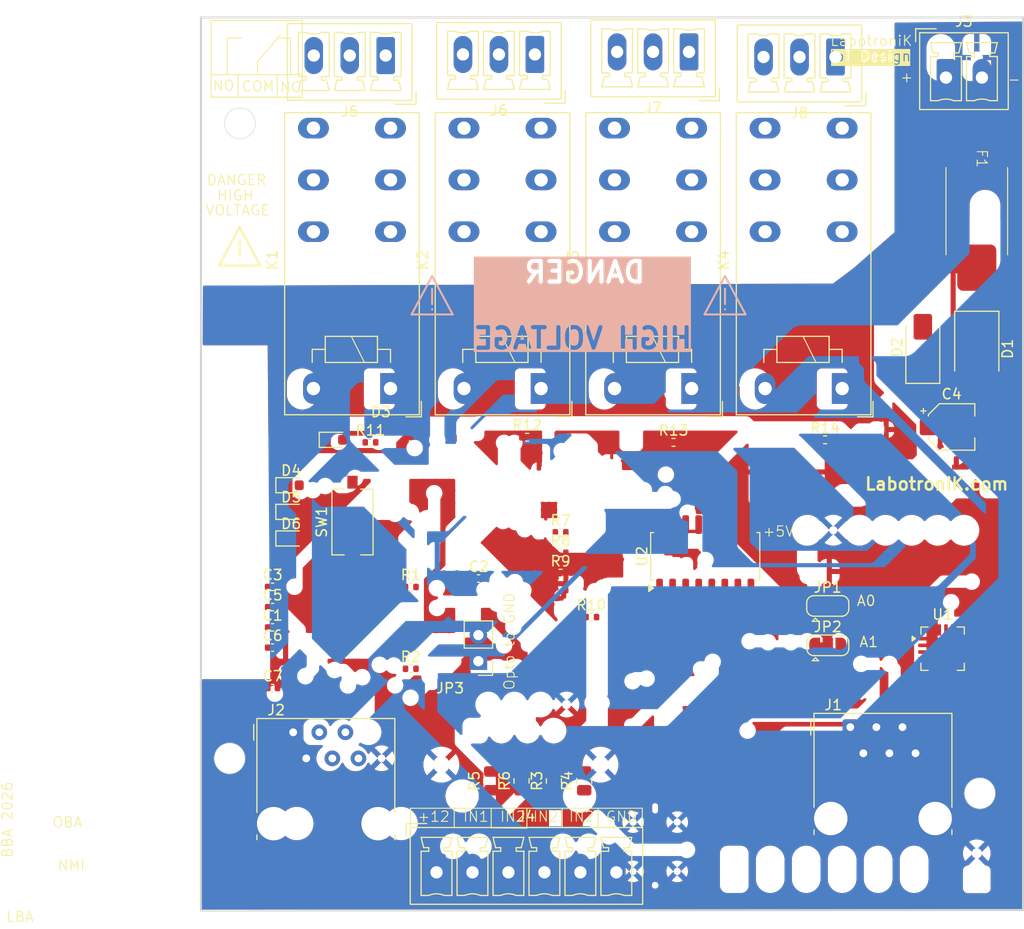
<source format=kicad_pcb>
(kicad_pcb (version 20241229) (generator "pcbnew") (generator_version "9.0")
  (layers (0 "F.Cu" signal) (2 "B.Cu" signal) (13 "F.Paste" user) (15 "B.Paste" user) (5 "F.SilkS" user "F.Silkscreen") (7 "B.SilkS" user "B.Silkscreen") (1 "F.Mask" user) (3 "B.Mask" user) (25 "Edge.Cuts" user))
  (net 0 "")
  (net 1 "GND")
  (net 2 "Net-(D1-A2)")
  (net 3 "+3.3V")
  (net 4 "/input/IN1")
  (net 5 "/SCL")
  (net 6 "/SDA")
  (net 7 "/input/IN3")
  (net 8 "/input/IN2")
  (net 9 "/input/IN4")
  (net 10 "Net-(Q1-I7)")
  (net 11 "+12V")
  (net 12 "Net-(D1-A1)")
  (net 13 "Net-(Q1-I5)")
  (net 14 "Net-(Q1-I6)")
  (net 15 "Net-(Q1-I8)")
  (net 16 "Net-(D5-A)")
  (net 17 "/IO2")
  (net 18 "/IO1")
  (net 19 "Net-(C3-Pad1)")
  (net 20 "Net-(JP2-C)")
  (net 21 "Net-(D3-A)")
  (net 22 "Net-(D4-A)")
  (net 23 "Net-(D6-A)")
  (net 24 "Net-(J6-Pin_2)")
  (net 25 "Net-(J6-Pin_1)")
  (net 26 "Net-(J6-Pin_3)")
  (net 27 "Net-(J7-Pin_3)")
  (net 28 "Net-(J7-Pin_1)")
  (net 29 "Net-(J7-Pin_2)")
  (net 30 "Net-(J8-Pin_2)")
  (net 31 "Net-(J8-Pin_3)")
  (net 32 "Net-(J8-Pin_1)")
  (net 33 "/relais/PWR_KM1")
  (net 34 "/relais/PWR_KM2")
  (net 35 "/relais/PWR_KM3")
  (net 36 "/relais/PWR_KM4")
  (net 37 "/input/OPTO_GND")
  (net 38 "Net-(J3-Pin_2)")
  (net 39 "Net-(J5-Pin_3)")
  (net 40 "Net-(J5-Pin_1)")
  (net 41 "Net-(J5-Pin_2)")
  (net 42 "/input/input3")
  (net 43 "/input/input1")
  (net 44 "/input/input2")
  (net 45 "/input/input4")
  (net 46 "Net-(JP1-C)")
  (net 47 "Net-(U1-~{RESET})")
  (net 48 "Net-(R3-Pad2)")
  (net 49 "Net-(R4-Pad2)")
  (net 50 "Net-(R5-Pad2)")
  (net 51 "Net-(R6-Pad2)")
  (footprint "Capacitor_SMD:C_0402_1005Metric" (layer "F.Cu") (at 99.48 106.25)
    (property "Reference" "C1" (at 0 -1.16 0) (layer "F.SilkS"))
    (property "Value" "100nF")
    (pad "1" smd roundrect (at -0.48 0) (size 0.56 0.62) (layers "F.Cu" "F.Mask" "F.Paste") (net 3 "+3.3V"))
    (pad "2" smd roundrect (at 0.48 0) (size 0.56 0.62) (layers "F.Cu" "F.Mask" "F.Paste") (net 1 "GND"))
  )
  (footprint "Connector_RJ:RJ12_Amphenol_54601-x06_Horizontal" (layer "F.Cu") (at 155.69 115.96)
    (property "Reference" "J1" (at -1.66 -2.16 0) (layer "F.SilkS"))
    (property "Value" "RJ12")
    (pad "" np_thru_hole circle (at -1.9 8.89) (size 3.25 3.25) (drill 3.25) (layers "*.Cu" "*.Mask"))
    (pad "" np_thru_hole circle (at 8.26 8.89) (size 3.25 3.25) (drill 3.25) (layers "*.Cu" "*.Mask"))
    (pad "1" thru_hole roundrect (at 0 0) (size 1.52 1.52) (drill 0.76) (layers "*.Cu" "*.Mask") (roundrect_rratio 0.1644736842) (net 3 "+3.3V"))
    (pad "2" thru_hole circle (at 1.27 2.54) (size 1.52 1.52) (drill 0.76) (layers "*.Cu" "*.Mask") (net 6 "/SDA"))
    (pad "3" thru_hole circle (at 2.54 0) (size 1.52 1.52) (drill 0.76) (layers "*.Cu" "*.Mask") (net 5 "/SCL"))
    (pad "4" thru_hole circle (at 3.81 2.54) (size 1.52 1.52) (drill 0.76) (layers "*.Cu" "*.Mask") (net 18 "/IO1"))
    (pad "5" thru_hole circle (at 5.08 0) (size 1.52 1.52) (drill 0.76) (layers "*.Cu" "*.Mask") (net 17 "/IO2"))
    (pad "6" thru_hole circle (at 6.35 2.54) (size 1.52 1.52) (drill 0.76) (layers "*.Cu" "*.Mask") (net 1 "GND"))
  )
  (footprint "Resistor_SMD:R_0402_1005Metric" (layer "F.Cu") (at 109 88.25)
    (property "Reference" "R11" (at 0 -1.17 0) (layer "F.SilkS"))
    (property "Value" "680")
    (pad "1" smd roundrect (at -0.51 0) (size 0.54 0.64) (layers "F.Cu" "F.Mask" "F.Paste") (net 33 "/relais/PWR_KM1"))
    (pad "2" smd roundrect (at 0.51 0) (size 0.54 0.64) (layers "F.Cu" "F.Mask" "F.Paste") (net 21 "Net-(D3-A)"))
  )
  (footprint "Jumper:SolderJumper-3_P1.3mm_Bridged12_RoundedPad1.0x1.5mm" (layer "F.Cu") (at 153.5 104.165)
    (property "Reference" "JP1" (at 0 -1.8 0) (layer "F.SilkS"))
    (property "Value" "SolderJumper_3_Bridged12")
    (fp_poly (pts (xy -0.9 -0.3) (xy -0.4 -0.3) (xy -0.4 0.3) (xy -0.9 0.3)) (fill yes) (layer "F.Cu"))
    (pad "1" smd custom (at -1.3 0) (size 1 0.5) (layers "F.Cu" "F.Mask") (net 1 "GND") (options (clearance outline) (anchor rect)) (primitives (gr_circle (center 0 0.25) (end 0.5 0.25) (width 0) (fill yes)) (gr_circle (center 0 -0.25) (end 0.5 -0.25) (width 0) (fill yes)) (gr_poly (pts (xy 0.55 0.75) (xy 0 0.75) (xy 0 -0.75) (xy 0.55 -0.75)) (width 0) (fill yes))))
    (pad "2" smd rect (at 0 0) (size 1 1.5) (layers "F.Cu" "F.Mask") (net 46 "Net-(JP1-C)"))
    (pad "3" smd custom (at 1.3 0) (size 1 0.5) (layers "F.Cu" "F.Mask") (net 3 "+3.3V") (options (clearance outline) (anchor rect)) (primitives (gr_circle (center 0 0.25) (end 0.5 0.25) (width 0) (fill yes)) (gr_circle (center 0 -0.25) (end 0.5 -0.25) (width 0) (fill yes)) (gr_poly (pts (xy 0 0.75) (xy -0.55 0.75) (xy -0.55 -0.75) (xy 0 -0.75)) (width 0) (fill yes))))
  )
  (footprint "Relay_THT:Relay_SPDT_Schrack-RT1-16A-FormC_RM5mm" (layer "F.Cu") (at 140.25 83.01 90)
    (property "Reference" "K3" (at 12.5 -11.5 90) (layer "F.SilkS"))
    (property "Value" "RZ03-1C4-D012")
    (pad "11" thru_hole oval (at 20.3 -7.5 270) (size 2 3) (drill 1.3) (layers "*.Cu" "*.Mask") (net 29 "Net-(J7-Pin_2)"))
    (pad "11" thru_hole oval (at 20.3 0 270) (size 2 3) (drill 1.3) (layers "*.Cu" "*.Mask") (net 29 "Net-(J7-Pin_2)"))
    (pad "12" thru_hole oval (at 15.26 -7.5 270) (size 2 3) (drill 1.3) (layers "*.Cu" "*.Mask") (net 28 "Net-(J7-Pin_1)"))
    (pad "12" thru_hole oval (at 15.26 0 270) (size 2 3) (drill 1.3) (layers "*.Cu" "*.Mask") (net 28 "Net-(J7-Pin_1)"))
    (pad "14" thru_hole oval (at 25.34 -7.5 270) (size 2 3) (drill 1.3) (layers "*.Cu" "*.Mask") (net 27 "Net-(J7-Pin_3)"))
    (pad "14" thru_hole oval (at 25.34 0 270) (size 2 3) (drill 1.3) (layers "*.Cu" "*.Mask") (net 27 "Net-(J7-Pin_3)"))
    (pad "A1" thru_hole rect (at 0 0 270) (size 3 2) (drill 1.3) (layers "*.Cu" "*.Mask") (net 35 "/relais/PWR_KM3"))
    (pad "A2" thru_hole oval (at 0 -7.5 270) (size 3 2) (drill 1.3) (layers "*.Cu" "*.Mask") (net 1 "GND"))
  )
  (footprint "LED_SMD:LED_0603_1608Metric" (layer "F.Cu") (at 101.28 97.6)
    (property "Reference" "D6" (at 0 -1.43 0) (layer "F.SilkS"))
    (property "Value" "LED LTST-C193TGKT-5A")
    (pad "1" smd roundrect (at -0.7875 0) (size 0.875 0.95) (layers "F.Cu" "F.Mask" "F.Paste") (net 1 "GND"))
    (pad "2" smd roundrect (at 0.7875 0) (size 0.875 0.95) (layers "F.Cu" "F.Mask" "F.Paste") (net 23 "Net-(D6-A)"))
  )
  (footprint "Resistor_SMD:R_0402_1005Metric" (layer "F.Cu") (at 138.49 88.25)
    (property "Reference" "R13" (at 0 -1.17 0) (layer "F.SilkS"))
    (property "Value" "680")
    (pad "1" smd roundrect (at -0.51 0) (size 0.54 0.64) (layers "F.Cu" "F.Mask" "F.Paste") (net 35 "/relais/PWR_KM3"))
    (pad "2" smd roundrect (at 0.51 0) (size 0.54 0.64) (layers "F.Cu" "F.Mask" "F.Paste") (net 16 "Net-(D5-A)"))
  )
  (footprint "Resistor_SMD:R_0402_1005Metric" (layer "F.Cu") (at 112.92 110.28)
    (property "Reference" "R2" (at 0 -1.17 0) (layer "F.SilkS"))
    (property "Value" "10k")
    (pad "1" smd roundrect (at -0.51 0) (size 0.54 0.64) (layers "F.Cu" "F.Mask" "F.Paste") (net 47 "Net-(U1-~{RESET})"))
    (pad "2" smd roundrect (at 0.51 0) (size 0.54 0.64) (layers "F.Cu" "F.Mask" "F.Paste") (net 3 "+3.3V"))
  )
  (footprint "Capacitor_SMD:C_0402_1005Metric" (layer "F.Cu") (at 99.48 102.31)
    (property "Reference" "C3" (at 0 -1.16 0) (layer "F.SilkS"))
    (property "Value" "100nF")
    (pad "1" smd roundrect (at -0.48 0) (size 0.56 0.62) (layers "F.Cu" "F.Mask" "F.Paste") (net 19 "Net-(C3-Pad1)"))
    (pad "2" smd roundrect (at 0.48 0) (size 0.56 0.62) (layers "F.Cu" "F.Mask" "F.Paste") (net 1 "GND"))
  )
  (footprint "Connector_Phoenix_MC:PhoenixContact_MCV_1,5_3-G-3.5_1x03_P3.50mm_Vertical" (layer "F.Cu") (at 154.25 50.75 180)
    (property "Reference" "J8" (at 3.5 -5.45 0) (layer "F.SilkS"))
    (property "Value" "Screw_Terminal_01x03")
    (pad "1" thru_hole roundrect (at 0 0 180) (size 1.8 3.6) (drill 1.2) (layers "*.Cu" "*.Mask") (roundrect_rratio 0.138889) (net 32 "Net-(J8-Pin_1)"))
    (pad "2" thru_hole oval (at 3.5 0 180) (size 1.8 3.6) (drill 1.2) (layers "*.Cu" "*.Mask") (net 30 "Net-(J8-Pin_2)"))
    (pad "3" thru_hole oval (at 7 0 180) (size 1.8 3.6) (drill 1.2) (layers "*.Cu" "*.Mask") (net 31 "Net-(J8-Pin_3)"))
  )
  (footprint "Connector_PinHeader_2.54mm:PinHeader_1x02_P2.54mm_Vertical" (layer "F.Cu") (at 119.5 109.54 180)
    (property "Reference" "JP3" (at 2.75 -2.63 0) (layer "F.SilkS"))
    (property "Value" "Jumper_2_Bridged")
    (pad "1" thru_hole rect (at 0 0 180) (size 1.7 1.7) (drill 1) (layers "*.Cu" "*.Mask") (net 37 "/input/OPTO_GND"))
    (pad "2" thru_hole circle (at 0 2.54 180) (size 1.7 1.7) (drill 1) (layers "*.Cu" "*.Mask") (net 1 "GND"))
  )
  (footprint "Resistor_SMD:R_0805_2012Metric" (layer "F.Cu") (at 123.7 121.1875 90)
    (property "Reference" "R6" (at 0 -1.65 90) (layer "F.SilkS"))
    (property "Value" "2.2k")
    (pad "1" smd roundrect (at -0.9125 0 90) (size 1.025 1.4) (layers "F.Cu" "F.Mask" "F.Paste") (roundrect_rratio 0.243902) (net 8 "/input/IN2"))
    (pad "2" smd roundrect (at 0.9125 0 90) (size 1.025 1.4) (layers "F.Cu" "F.Mask" "F.Paste") (roundrect_rratio 0.243902) (net 51 "Net-(R6-Pad2)"))
  )
  (footprint "LED_SMD:LED_0603_1608Metric" (layer "F.Cu") (at 101.28 92.42)
    (property "Reference" "D4" (at 0 -1.43 0) (layer "F.SilkS"))
    (property "Value" "LED LTST-C193TGKT-5A")
    (pad "1" smd roundrect (at -0.7875 0) (size 0.875 0.95) (layers "F.Cu" "F.Mask" "F.Paste") (net 1 "GND"))
    (pad "2" smd roundrect (at 0.7875 0) (size 0.875 0.95) (layers "F.Cu" "F.Mask" "F.Paste") (net 22 "Net-(D4-A)"))
  )
  (footprint "Capacitor_SMD:CP_Elec_4x5.4" (layer "F.Cu") (at 165.55 86.75)
    (property "Reference" "C4" (at 0 -3.2 0) (layer "F.SilkS"))
    (property "Value" "10µF")
    (pad "1" smd roundrect (at -1.8 0) (size 2.6 1.6) (layers "F.Cu" "F.Mask" "F.Paste") (roundrect_rratio 0.15625) (net 11 "+12V"))
    (pad "2" smd roundrect (at 1.8 0) (size 2.6 1.6) (layers "F.Cu" "F.Mask" "F.Paste") (roundrect_rratio 0.15625) (net 2 "Net-(D1-A2)"))
  )
  (footprint "Capacitor_SMD:C_0402_1005Metric" (layer "F.Cu") (at 119.52 101.5)
    (property "Reference" "C2" (at 0 -1.16 0) (layer "F.SilkS"))
    (property "Value" "100nF")
    (pad "1" smd roundrect (at -0.48 0) (size 0.56 0.62) (layers "F.Cu" "F.Mask" "F.Paste") (net 3 "+3.3V"))
    (pad "2" smd roundrect (at 0.48 0) (size 0.56 0.62) (layers "F.Cu" "F.Mask" "F.Paste") (net 1 "GND"))
  )
  (footprint "Resistor_SMD:R_0402_1005Metric" (layer "F.Cu") (at 130.49 105.25)
    (property "Reference" "R10" (at 0 -1.17 0) (layer "F.SilkS"))
    (property "Value" "4k7")
    (pad "1" smd roundrect (at -0.51 0) (size 0.54 0.64) (layers "F.Cu" "F.Mask" "F.Paste") (net 3 "+3.3V"))
    (pad "2" smd roundrect (at 0.51 0) (size 0.54 0.64) (layers "F.Cu" "F.Mask" "F.Paste") (net 45 "/input/input4"))
  )
  (footprint "Resistor_SMD:R_0805_2012Metric" (layer "F.Cu") (at 129.8 121.1875 90)
    (property "Reference" "R4" (at 0 -1.65 90) (layer "F.SilkS"))
    (property "Value" "2.2k")
    (pad "1" smd roundrect (at -0.9125 0 90) (size 1.025 1.4) (layers "F.Cu" "F.Mask" "F.Paste") (roundrect_rratio 0.243902) (net 9 "/input/IN4"))
    (pad "2" smd roundrect (at 0.9125 0 90) (size 1.025 1.4) (layers "F.Cu" "F.Mask" "F.Paste") (roundrect_rratio 0.243902) (net 49 "Net-(R4-Pad2)"))
  )
  (footprint "Resistor_SMD:R_0402_1005Metric" (layer "F.Cu") (at 127.5 97)
    (property "Reference" "R7" (at 0 -1.17 0) (layer "F.SilkS"))
    (property "Value" "4k7")
    (pad "1" smd roundrect (at -0.51 0) (size 0.54 0.64) (layers "F.Cu" "F.Mask" "F.Paste") (net 3 "+3.3V"))
    (pad "2" smd roundrect (at 0.51 0) (size 0.54 0.64) (layers "F.Cu" "F.Mask" "F.Paste") (net 42 "/input/input3"))
  )
  (footprint "Connector_Phoenix_MC:PhoenixContact_MCV_1,5_3-G-3.5_1x03_P3.50mm_Vertical" (layer "F.Cu") (at 140 50.25 180)
    (property "Reference" "J7" (at 3.5 -5.45 0) (layer "F.SilkS"))
    (property "Value" "Screw_Terminal_01x03")
    (pad "1" thru_hole roundrect (at 0 0 180) (size 1.8 3.6) (drill 1.2) (layers "*.Cu" "*.Mask") (roundrect_rratio 0.138889) (net 28 "Net-(J7-Pin_1)"))
    (pad "2" thru_hole oval (at 3.5 0 180) (size 1.8 3.6) (drill 1.2) (layers "*.Cu" "*.Mask") (net 29 "Net-(J7-Pin_2)"))
    (pad "3" thru_hole oval (at 7 0 180) (size 1.8 3.6) (drill 1.2) (layers "*.Cu" "*.Mask") (net 27 "Net-(J7-Pin_3)"))
  )
  (footprint "Connector_Phoenix_MC:PhoenixContact_MCV_1,5_2-G-3.5_1x02_P3.50mm_Vertical" (layer "F.Cu") (at 165 52.75)
    (property "Reference" "J3" (at 1.75 -5.45 0) (layer "F.SilkS"))
    (property "Value" "POWER_INPUT")
    (pad "1" thru_hole roundrect (at 0 0) (size 1.8 3.6) (drill 1.2) (layers "*.Cu" "*.Mask") (roundrect_rratio 0.138889) (net 2 "Net-(D1-A2)"))
    (pad "2" thru_hole oval (at 3.5 0) (size 1.8 3.6) (drill 1.2) (layers "*.Cu" "*.Mask") (net 38 "Net-(J3-Pin_2)"))
  )
  (footprint "Capacitor_SMD:C_0402_1005Metric" (layer "F.Cu") (at 99.48 108.22)
    (property "Reference" "C6" (at 0 -1.16 0) (layer "F.SilkS"))
    (property "Value" "100nF")
    (pad "1" smd roundrect (at -0.48 0) (size 0.56 0.62) (layers "F.Cu" "F.Mask" "F.Paste") (net 3 "+3.3V"))
    (pad "2" smd roundrect (at 0.48 0) (size 0.56 0.62) (layers "F.Cu" "F.Mask" "F.Paste") (net 1 "GND"))
  )
  (footprint "Jumper:SolderJumper-3_P1.3mm_Bridged12_RoundedPad1.0x1.5mm" (layer "F.Cu") (at 153.5 108)
    (property "Reference" "JP2" (at 0 -1.8 0) (layer "F.SilkS"))
    (property "Value" "SolderJumper_3_Bridged12")
    (fp_poly (pts (xy -0.9 -0.3) (xy -0.4 -0.3) (xy -0.4 0.3) (xy -0.9 0.3)) (fill yes) (layer "F.Cu"))
    (pad "1" smd custom (at -1.3 0) (size 1 0.5) (layers "F.Cu" "F.Mask") (net 1 "GND") (options (clearance outline) (anchor rect)) (primitives (gr_circle (center 0 0.25) (end 0.5 0.25) (width 0) (fill yes)) (gr_circle (center 0 -0.25) (end 0.5 -0.25) (width 0) (fill yes)) (gr_poly (pts (xy 0.55 0.75) (xy 0 0.75) (xy 0 -0.75) (xy 0.55 -0.75)) (width 0) (fill yes))))
    (pad "2" smd rect (at 0 0) (size 1 1.5) (layers "F.Cu" "F.Mask") (net 20 "Net-(JP2-C)"))
    (pad "3" smd custom (at 1.3 0) (size 1 0.5) (layers "F.Cu" "F.Mask") (net 3 "+3.3V") (options (clearance outline) (anchor rect)) (primitives (gr_circle (center 0 0.25) (end 0.5 0.25) (width 0) (fill yes)) (gr_circle (center 0 -0.25) (end 0.5 -0.25) (width 0) (fill yes)) (gr_poly (pts (xy 0 0.75) (xy -0.55 0.75) (xy -0.55 -0.75) (xy 0 -0.75)) (width 0) (fill yes))))
  )
  (footprint "Package_DFN_QFN:NXP_VQFN-16-1EP_4x4mm_P0.65mm_EP2.1x2.1mm" (layer "F.Cu") (at 164.675 108.325)
    (property "Reference" "U1" (at 0 -3.33 0) (layer "F.SilkS"))
    (property "Value" "PCA9538BS")
    (pad "1" smd roundrect (at -1.825 -0.975) (size 1.1 0.35) (layers "F.Cu" "F.Mask" "F.Paste") (net 47 "Net-(U1-~{RESET})"))
    (pad "2" smd roundrect (at -1.825 -0.325) (size 1.1 0.35) (layers "F.Cu" "F.Mask" "F.Paste") (net 15 "Net-(Q1-I8)"))
    (pad "3" smd roundrect (at -1.825 0.325) (size 1.1 0.35) (layers "F.Cu" "F.Mask" "F.Paste") (net 10 "Net-(Q1-I7)"))
    (pad "4" smd roundrect (at -1.825 0.975) (size 1.1 0.35) (layers "F.Cu" "F.Mask" "F.Paste") (net 14 "Net-(Q1-I6)"))
    (pad "5" smd roundrect (at -0.975 1.825) (size 0.35 1.1) (layers "F.Cu" "F.Mask" "F.Paste") (net 13 "Net-(Q1-I5)"))
    (pad "6" smd roundrect (at -0.325 1.825) (size 0.35 1.1) (layers "F.Cu" "F.Mask" "F.Paste") (net 1 "GND"))
    (pad "7" smd roundrect (at 0.325 1.825) (size 0.35 1.1) (layers "F.Cu" "F.Mask" "F.Paste") (net 43 "/input/input1"))
    (pad "8" smd roundrect (at 0.975 1.825) (size 0.35 1.1) (layers "F.Cu" "F.Mask" "F.Paste") (net 44 "/input/input2"))
    (pad "9" smd roundrect (at 1.825 0.975) (size 1.1 0.35) (layers "F.Cu" "F.Mask" "F.Paste") (net 42 "/input/input3"))
    (pad "10" smd roundrect (at 1.825 0.325) (size 1.1 0.35) (layers "F.Cu" "F.Mask" "F.Paste") (net 45 "/input/input4"))
    (pad "11" smd roundrect (at 1.825 -0.325) (size 1.1 0.35) (layers "F.Cu" "F.Mask" "F.Paste"))
    (pad "12" smd roundrect (at 1.825 -0.975) (size 1.1 0.35) (layers "F.Cu" "F.Mask" "F.Paste") (net 5 "/SCL"))
    (pad "13" smd roundrect (at 0.975 -1.825) (size 0.35 1.1) (layers "F.Cu" "F.Mask" "F.Paste") (net 6 "/SDA"))
    (pad "14" smd roundrect (at 0.325 -1.825) (size 0.35 1.1) (layers "F.Cu" "F.Mask" "F.Paste") (net 3 "+3.3V"))
    (pad "15" smd roundrect (at -0.325 -1.825) (size 0.35 1.1) (layers "F.Cu" "F.Mask" "F.Paste") (net 46 "Net-(JP1-C)"))
    (pad "16" smd roundrect (at -0.975 -1.825) (size 0.35 1.1) (layers "F.Cu" "F.Mask" "F.Paste") (net 20 "Net-(JP2-C)"))
    (pad "17" smd rect (at 0 0) (size 2.1 2.1) (property pad_prop_heatsink) (layers "F.Cu" "F.Mask") (net 1 "GND"))
  )
  (footprint "Connector_Phoenix_MC:PhoenixContact_MCV_1,5_3-G-3.5_1x03_P3.50mm_Vertical" (layer "F.Cu") (at 110.4825 50.6075 180)
    (property "Reference" "J5" (at 3.5 -5.45 0) (layer "F.SilkS"))
    (property "Value" "Screw_Terminal_01x03")
    (pad "1" thru_hole roundrect (at 0 0 180) (size 1.8 3.6) (drill 1.2) (layers "*.Cu" "*.Mask") (roundrect_rratio 0.138889) (net 40 "Net-(J5-Pin_1)"))
    (pad "2" thru_hole oval (at 3.5 0 180) (size 1.8 3.6) (drill 1.2) (layers "*.Cu" "*.Mask") (net 41 "Net-(J5-Pin_2)"))
    (pad "3" thru_hole oval (at 7 0 180) (size 1.8 3.6) (drill 1.2) (layers "*.Cu" "*.Mask") (net 39 "Net-(J5-Pin_3)"))
  )
  (footprint "Button_Switch_SMD:SW_Tactile_SPST_NO_Straight_CK_PTS636Sx25SMTRLFS" (layer "F.Cu") (at 107.25 96 90)
    (property "Reference" "SW1" (at 0 -3 90) (layer "F.SilkS"))
    (property "Value" "SW_Push")
    (pad "1" smd rect (at -3.875 0 90) (size 1.25 1) (layers "F.Cu" "F.Mask" "F.Paste") (net 1 "GND"))
    (pad "2" smd rect (at 3.875 0 90) (size 1.25 1) (layers "F.Cu" "F.Mask" "F.Paste") (net 19 "Net-(C3-Pad1)"))
  )
  (footprint "Resistor_SMD:R_0805_2012Metric" (layer "F.Cu") (at 120.75 121.1875 90)
    (property "Reference" "R5" (at 0 -1.65 90) (layer "F.SilkS"))
    (property "Value" "2.2k")
    (pad "1" smd roundrect (at -0.9125 0 90) (size 1.025 1.4) (layers "F.Cu" "F.Mask" "F.Paste") (roundrect_rratio 0.243902) (net 4 "/input/IN1"))
    (pad "2" smd roundrect (at 0.9125 0 90) (size 1.025 1.4) (layers "F.Cu" "F.Mask" "F.Paste") (roundrect_rratio 0.243902) (net 50 "Net-(R5-Pad2)"))
  )
  (footprint "Resistor_SMD:R_0402_1005Metric" (layer "F.Cu") (at 153.24 88)
    (property "Reference" "R14" (at 0 -1.17 0) (layer "F.SilkS"))
    (property "Value" "680")
    (pad "1" smd roundrect (at -0.51 0) (size 0.54 0.64) (layers "F.Cu" "F.Mask" "F.Paste") (net 36 "/relais/PWR_KM4"))
    (pad "2" smd roundrect (at 0.51 0) (size 0.54 0.64) (layers "F.Cu" "F.Mask" "F.Paste") (net 23 "Net-(D6-A)"))
  )
  (footprint "Resistor_SMD:R_0402_1005Metric" (layer "F.Cu") (at 127.5 100.98)
    (property "Reference" "R9" (at 0 -1.17 0) (layer "F.SilkS"))
    (property "Value" "4k7")
    (pad "1" smd roundrect (at -0.51 0) (size 0.54 0.64) (layers "F.Cu" "F.Mask" "F.Paste") (net 3 "+3.3V"))
    (pad "2" smd roundrect (at 0.51 0) (size 0.54 0.64) (layers "F.Cu" "F.Mask" "F.Paste") (net 44 "/input/input2"))
  )
  (footprint "labotronik:0154250DR littelfuse 10.62 3.81" (layer "F.Cu") (at 168 66.25 -90)
    (property "Reference" "F1" (at -5.62 -0.5 270) (layer "F.SilkS") (effects (font (thickness 0.1))))
    (property "Value" "Fuse 3A")
    (pad "1" smd roundrect (at -5.62 0 270) (size 4.5 3.81) (layers "F.Cu" "F.Mask" "F.Paste") (roundrect_rratio 0.15) (net 38 "Net-(J3-Pin_2)"))
    (pad "2" smd roundrect (at 5 0 270) (size 4.5 3.81) (layers "F.Cu" "F.Mask" "F.Paste") (roundrect_rratio 0.15) (net 12 "Net-(D1-A1)"))
  )
  (footprint "Relay_THT:Relay_SPDT_Schrack-RT1-16A-FormC_RM5mm" (layer "F.Cu") (at 110.95 83.01 90)
    (property "Reference" "K1" (at 12.5 -11.5 90) (layer "F.SilkS"))
    (property "Value" "RZ03-1C4-D012")
    (pad "11" thru_hole oval (at 20.3 -7.5 270) (size 2 3) (drill 1.3) (layers "*.Cu" "*.Mask") (net 41 "Net-(J5-Pin_2)"))
    (pad "11" thru_hole oval (at 20.3 0 270) (size 2 3) (drill 1.3) (layers "*.Cu" "*.Mask") (net 41 "Net-(J5-Pin_2)"))
    (pad "12" thru_hole oval (at 15.26 -7.5 270) (size 2 3) (drill 1.3) (layers "*.Cu" "*.Mask") (net 40 "Net-(J5-Pin_1)"))
    (pad "12" thru_hole oval (at 15.26 0 270) (size 2 3) (drill 1.3) (layers "*.Cu" "*.Mask") (net 40 "Net-(J5-Pin_1)"))
    (pad "14" thru_hole oval (at 25.34 -7.5 270) (size 2 3) (drill 1.3) (layers "*.Cu" "*.Mask") (net 39 "Net-(J5-Pin_3)"))
    (pad "14" thru_hole oval (at 25.34 0 270) (size 2 3) (drill 1.3) (layers "*.Cu" "*.Mask") (net 39 "Net-(J5-Pin_3)"))
    (pad "A1" thru_hole rect (at 0 0 270) (size 3 2) (drill 1.3) (layers "*.Cu" "*.Mask") (net 33 "/relais/PWR_KM1"))
    (pad "A2" thru_hole oval (at 0 -7.5 270) (size 3 2) (drill 1.3) (layers "*.Cu" "*.Mask") (net 1 "GND"))
  )
  (footprint "LED_SMD:LED_0603_1608Metric" (layer "F.Cu") (at 101.28 95.01)
    (property "Reference" "D5" (at 0 -1.43 0) (layer "F.SilkS"))
    (property "Value" "LED LTST-C193TGKT-5A")
    (pad "1" smd roundrect (at -0.7875 0) (size 0.875 0.95) (layers "F.Cu" "F.Mask" "F.Paste") (net 1 "GND"))
    (pad "2" smd roundrect (at 0.7875 0) (size 0.875 0.95) (layers "F.Cu" "F.Mask" "F.Paste") (net 16 "Net-(D5-A)"))
  )
  (footprint "LED_SMD:LED_0603_1608Metric" (layer "F.Cu") (at 105.5 88)
    (property "Reference" "D3" (at 4.51 -2.71 0) (layer "F.SilkS"))
    (property "Value" "LED LTST-C193TGKT-5A")
    (pad "1" smd roundrect (at -0.7875 0) (size 0.875 0.95) (layers "F.Cu" "F.Mask" "F.Paste") (net 1 "GND"))
    (pad "2" smd roundrect (at 0.7875 0) (size 0.875 0.95) (layers "F.Cu" "F.Mask" "F.Paste") (net 21 "Net-(D3-A)"))
  )
  (footprint "Connector_Phoenix_MC:PhoenixContact_MCV_1,5_6-G-3.5_1x06_P3.50mm_Vertical" (layer "F.Cu") (at 115.425875 130.086453)
    (property "Reference" "J4" (at 8.75 -5.45 0) (layer "F.SilkS"))
    (property "Value" "Screw_Terminal_01x06")
    (pad "1" thru_hole roundrect (at 0 0) (size 1.8 3.6) (drill 1.2) (layers "*.Cu" "*.Mask") (roundrect_rratio 0.138889) (net 11 "+12V"))
    (pad "2" thru_hole oval (at 3.5 0) (size 1.8 3.6) (drill 1.2) (layers "*.Cu" "*.Mask") (net 4 "/input/IN1"))
    (pad "3" thru_hole oval (at 7 0) (size 1.8 3.6) (drill 1.2) (layers "*.Cu" "*.Mask") (net 8 "/input/IN2"))
    (pad "4" thru_hole oval (at 10.5 0) (size 1.8 3.6) (drill 1.2) (layers "*.Cu" "*.Mask") (net 7 "/input/IN3"))
    (pad "5" thru_hole oval (at 14 0) (size 1.8 3.6) (drill 1.2) (layers "*.Cu" "*.Mask") (net 9 "/input/IN4"))
    (pad "6" thru_hole oval (at 17.5 0) (size 1.8 3.6) (drill 1.2) (layers "*.Cu" "*.Mask") (net 37 "/input/OPTO_GND"))
  )
  (footprint "Diode_SMD:D_SMA" (layer "F.Cu") (at 162.75 79 90)
    (property "Reference" "D2" (at 0 -2.5 90) (layer "F.SilkS"))
    (property "Value" "B230A-13-F")
    (pad "1" smd roundrect (at -2 0 90) (size 2.5 1.8) (layers "F.Cu" "F.Mask" "F.Paste") (roundrect_rratio 0.1388888889) (net 11 "+12V"))
    (pad "2" smd roundrect (at 2 0 90) (size 2.5 1.8) (layers "F.Cu" "F.Mask" "F.Paste") (roundrect_rratio 0.1388888889) (net 12 "Net-(D1-A1)"))
  )
  (footprint "Relay_THT:Relay_SPDT_Schrack-RT1-16A-FormC_RM5mm" (layer "F.Cu") (at 125.6 83.01 90)
    (property "Reference" "K2" (at 12.5 -11.5 90) (layer "F.SilkS"))
    (property "Value" "RZ03-1C4-D012")
    (pad "11" thru_hole oval (at 20.3 -7.5 270) (size 2 3) (drill 1.3) (layers "*.Cu" "*.Mask") (net 24 "Net-(J6-Pin_2)"))
    (pad "11" thru_hole oval (at 20.3 0 270) (size 2 3) (drill 1.3) (layers "*.Cu" "*.Mask") (net 24 "Net-(J6-Pin_2)"))
    (pad "12" thru_hole oval (at 15.26 -7.5 270) (size 2 3) (drill 1.3) (layers "*.Cu" "*.Mask") (net 25 "Net-(J6-Pin_1)"))
    (pad "12" thru_hole oval (at 15.26 0 270) (size 2 3) (drill 1.3) (layers "*.Cu" "*.Mask") (net 25 "Net-(J6-Pin_1)"))
    (pad "14" thru_hole oval (at 25.34 -7.5 270) (size 2 3) (drill 1.3) (layers "*.Cu" "*.Mask") (net 26 "Net-(J6-Pin_3)"))
    (pad "14" thru_hole oval (at 25.34 0 270) (size 2 3) (drill 1.3) (layers "*.Cu" "*.Mask") (net 26 "Net-(J6-Pin_3)"))
    (pad "A1" thru_hole rect (at 0 0 270) (size 3 2) (drill 1.3) (layers "*.Cu" "*.Mask") (net 34 "/relais/PWR_KM2"))
    (pad "A2" thru_hole oval (at 0 -7.5 270) (size 3 2) (drill 1.3) (layers "*.Cu" "*.Mask") (net 1 "GND"))
  )
  (footprint "Connector_RJ:RJ12_Amphenol_54601-x06_Horizontal" (layer "F.Cu") (at 101.48 116.46)
    (property "Reference" "J2" (at -1.66 -2.16 0) (layer "F.SilkS"))
    (property "Value" "RJ12")
    (pad "" np_thru_hole circle (at -1.9 8.89) (size 3.25 3.25) (drill 3.25) (layers "*.Cu" "*.Mask"))
    (pad "" np_thru_hole circle (at 8.26 8.89) (size 3.25 3.25) (drill 3.25) (layers "*.Cu" "*.Mask"))
    (pad "1" thru_hole roundrect (at 0 0) (size 1.52 1.52) (drill 0.76) (layers "*.Cu" "*.Mask") (roundrect_rratio 0.1644736842) (net 3 "+3.3V"))
    (pad "2" thru_hole circle (at 1.27 2.54) (size 1.52 1.52) (drill 0.76) (layers "*.Cu" "*.Mask") (net 6 "/SDA"))
    (pad "3" thru_hole circle (at 2.54 0) (size 1.52 1.52) (drill 0.76) (layers "*.Cu" "*.Mask") (net 5 "/SCL"))
    (pad "4" thru_hole circle (at 3.81 2.54) (size 1.52 1.52) (drill 0.76) (layers "*.Cu" "*.Mask") (net 18 "/IO1"))
    (pad "5" thru_hole circle (at 5.08 0) (size 1.52 1.52) (drill 0.76) (layers "*.Cu" "*.Mask") (net 17 "/IO2"))
    (pad "6" thru_hole circle (at 6.35 2.54) (size 1.52 1.52) (drill 0.76) (layers "*.Cu" "*.Mask") (net 1 "GND"))
  )
  (footprint "Connector_Phoenix_MC:PhoenixContact_MCV_1,5_3-G-3.5_1x03_P3.50mm_Vertical" (layer "F.Cu") (at 125 50.5 180)
    (property "Reference" "J6" (at 3.5 -5.45 0) (layer "F.SilkS"))
    (property "Value" "Screw_Terminal_01x03")
    (pad "1" thru_hole roundrect (at 0 0 180) (size 1.8 3.6) (drill 1.2) (layers "*.Cu" "*.Mask") (roundrect_rratio 0.138889) (net 25 "Net-(J6-Pin_1)"))
    (pad "2" thru_hole oval (at 3.5 0 180) (size 1.8 3.6) (drill 1.2) (layers "*.Cu" "*.Mask") (net 24 "Net-(J6-Pin_2)"))
    (pad "3" thru_hole oval (at 7 0 180) (size 1.8 3.6) (drill 1.2) (layers "*.Cu" "*.Mask") (net 26 "Net-(J6-Pin_3)"))
  )
  (footprint "Relay_THT:Relay_SPDT_Schrack-RT1-16A-FormC_RM5mm" (layer "F.Cu") (at 154.9 83.01 90)
    (property "Reference" "K4" (at 12.5 -11.5 90) (layer "F.SilkS"))
    (property "Value" "RZ03-1C4-D012")
    (pad "11" thru_hole oval (at 20.3 -7.5 270) (size 2 3) (drill 1.3) (layers "*.Cu" "*.Mask") (net 30 "Net-(J8-Pin_2)"))
    (pad "11" thru_hole oval (at 20.3 0 270) (size 2 3) (drill 1.3) (layers "*.Cu" "*.Mask") (net 30 "Net-(J8-Pin_2)"))
    (pad "12" thru_hole oval (at 15.26 -7.5 270) (size 2 3) (drill 1.3) (layers "*.Cu" "*.Mask") (net 32 "Net-(J8-Pin_1)"))
    (pad "12" thru_hole oval (at 15.26 0 270) (size 2 3) (drill 1.3) (layers "*.Cu" "*.Mask") (net 32 "Net-(J8-Pin_1)"))
    (pad "14" thru_hole oval (at 25.34 -7.5 270) (size 2 3) (drill 1.3) (layers "*.Cu" "*.Mask") (net 31 "Net-(J8-Pin_3)"))
    (pad "14" thru_hole oval (at 25.34 0 270) (size 2 3) (drill 1.3) (layers "*.Cu" "*.Mask") (net 31 "Net-(J8-Pin_3)"))
    (pad "A1" thru_hole rect (at 0 0 270) (size 3 2) (drill 1.3) (layers "*.Cu" "*.Mask") (net 36 "/relais/PWR_KM4"))
    (pad "A2" thru_hole oval (at 0 -7.5 270) (size 3 2) (drill 1.3) (layers "*.Cu" "*.Mask") (net 1 "GND"))
  )
  (footprint "Capacitor_SMD:C_0402_1005Metric" (layer "F.Cu") (at 99.48 104.28)
    (property "Reference" "C5" (at 0 -1.16 0) (layer "F.SilkS"))
    (property "Value" "100nF")
    (pad "1" smd roundrect (at -0.48 0) (size 0.56 0.62) (layers "F.Cu" "F.Mask" "F.Paste") (net 11 "+12V"))
    (pad "2" smd roundrect (at 0.48 0) (size 0.56 0.62) (layers "F.Cu" "F.Mask" "F.Paste") (net 2 "Net-(D1-A2)"))
  )
  (footprint "Diode_SMD:D_SMB" (layer "F.Cu") (at 168 79.15 -90)
    (property "Reference" "D1" (at 0 -3 90) (layer "F.SilkS"))
    (property "Value" "SMBJ12A")
    (pad "1" smd roundrect (at -2.15 0 270) (size 2.5 2.3) (layers "F.Cu" "F.Mask" "F.Paste") (roundrect_rratio 0.1086956522) (net 12 "Net-(D1-A1)"))
    (pad "2" smd roundrect (at 2.15 0 270) (size 2.5 2.3) (layers "F.Cu" "F.Mask" "F.Paste") (roundrect_rratio 0.1086956522) (net 2 "Net-(D1-A2)"))
  )
  (footprint "Package_SO:SOP-16_4.4x10.4mm_P1.27mm" (layer "F.Cu") (at 141.575 99.3375 90)
    (property "Reference" "U2" (at 0 -6.15 90) (layer "F.SilkS"))
    (property "Value" "TCMT4100")
    (pad "1" smd roundrect (at -3.0875 -4.445 90) (size 1.825 0.65) (layers "F.Cu" "F.Mask" "F.Paste") (net 50 "Net-(R5-Pad2)"))
    (pad "2" smd roundrect (at -3.0875 -3.175 90) (size 1.825 0.65) (layers "F.Cu" "F.Mask" "F.Paste") (net 37 "/input/OPTO_GND"))
    (pad "3" smd roundrect (at -3.0875 -1.905 90) (size 1.825 0.65) (layers "F.Cu" "F.Mask" "F.Paste") (net 51 "Net-(R6-Pad2)"))
    (pad "4" smd roundrect (at -3.0875 -0.635 90) (size 1.825 0.65) (layers "F.Cu" "F.Mask" "F.Paste") (net 37 "/input/OPTO_GND"))
    (pad "5" smd roundrect (at -3.0875 0.635 90) (size 1.825 0.65) (layers "F.Cu" "F.Mask" "F.Paste") (net 48 "Net-(R3-Pad2)"))
    (pad "6" smd roundrect (at -3.0875 1.905 90) (size 1.825 0.65) (layers "F.Cu" "F.Mask" "F.Paste") (net 37 "/input/OPTO_GND"))
    (pad "7" smd roundrect (at -3.0875 3.175 90) (size 1.825 0.65) (layers "F.Cu" "F.Mask" "F.Paste") (net 49 "Net-(R4-Pad2)"))
    (pad "8" smd roundrect (at -3.0875 4.445 90) (size 1.825 0.65) (layers "F.Cu" "F.Mask" "F.Paste") (net 37 "/input/OPTO_GND"))
    (pad "9" smd roundrect (at 3.0875 4.445 90) (size 1.825 0.65) (layers "F.Cu" "F.Mask" "F.Paste") (net 1 "GND"))
    (pad "10" smd roundrect (at 3.0875 3.175 90) (size 1.825 0.65) (layers "F.Cu" "F.Mask" "F.Paste") (net 45 "/input/input4"))
    (pad "11" smd roundrect (at 3.0875 1.905 90) (size 1.825 0.65) (layers "F.Cu" "F.Mask" "F.Paste") (net 1 "GND"))
    (pad "12" smd roundrect (at 3.0875 0.635 90) (size 1.825 0.65) (layers "F.Cu" "F.Mask" "F.Paste") (net 42 "/input/input3"))
    (pad "13" smd roundrect (at 3.0875 -0.635 90) (size 1.825 0.65) (layers "F.Cu" "F.Mask" "F.Paste") (net 1 "GND"))
    (pad "14" smd roundrect (at 3.0875 -1.905 90) (size 1.825 0.65) (layers "F.Cu" "F.Mask" "F.Paste") (net 44 "/input/input2"))
    (pad "15" smd roundrect (at 3.0875 -3.175 90) (size 1.825 0.65) (layers "F.Cu" "F.Mask" "F.Paste") (net 1 "GND"))
    (pad "16" smd roundrect (at 3.0875 -4.445 90) (size 1.825 0.65) (layers "F.Cu" "F.Mask" "F.Paste") (net 43 "/input/input1"))
  )
  (footprint "Capacitor_SMD:C_0402_1005Metric" (layer "F.Cu") (at 99.48 112.16)
    (property "Reference" "C7" (at 0 -1.16 0) (layer "F.SilkS"))
    (property "Value" "100nF")
    (pad "1" smd roundrect (at -0.48 0) (size 0.56 0.62) (layers "F.Cu" "F.Mask" "F.Paste") (net 11 "+12V"))
    (pad "2" smd roundrect (at 0.48 0) (size 0.56 0.62) (layers "F.Cu" "F.Mask" "F.Paste") (net 1 "GND"))
  )
  (footprint "Resistor_SMD:R_0402_1005Metric" (layer "F.Cu") (at 124.24 87.75)
    (property "Reference" "R12" (at 0 -1.17 0) (layer "F.SilkS"))
    (property "Value" "680")
    (pad "1" smd roundrect (at -0.51 0) (size 0.54 0.64) (layers "F.Cu" "F.Mask" "F.Paste") (net 34 "/relais/PWR_KM2"))
    (pad "2" smd roundrect (at 0.51 0) (size 0.54 0.64) (layers "F.Cu" "F.Mask" "F.Paste") (net 22 "Net-(D4-A)"))
  )
  (footprint "Resistor_SMD:R_0805_2012Metric" (layer "F.Cu") (at 126.85 121.1875 90)
    (property "Reference" "R3" (at 0 -1.65 90) (layer "F.SilkS"))
    (property "Value" "2.2k")
    (pad "1" smd roundrect (at -0.9125 0 90) (size 1.025 1.4) (layers "F.Cu" "F.Mask" "F.Paste") (roundrect_rratio 0.243902) (net 7 "/input/IN3"))
    (pad "2" smd roundrect (at 0.9125 0 90) (size 1.025 1.4) (layers "F.Cu" "F.Mask" "F.Paste") (roundrect_rratio 0.243902) (net 48 "Net-(R3-Pad2)"))
  )
  (footprint "Resistor_SMD:R_0402_1005Metric" (layer "F.Cu") (at 127.5 98.99)
    (property "Reference" "R8" (at 0 -1.17 0) (layer "F.SilkS"))
    (property "Value" "4k7")
    (pad "1" smd roundrect (at -0.51 0) (size 0.54 0.64) (layers "F.Cu" "F.Mask" "F.Paste") (net 3 "+3.3V"))
    (pad "2" smd roundrect (at 0.51 0) (size 0.54 0.64) (layers "F.Cu" "F.Mask" "F.Paste") (net 43 "/input/input1"))
  )
  (footprint "Resistor_SMD:R_0402_1005Metric" (layer "F.Cu") (at 112.92 102.32)
    (property "Reference" "R1" (at 0 -1.17 0) (layer "F.SilkS"))
    (property "Value" "10k")
    (pad "1" smd roundrect (at -0.51 0) (size 0.54 0.64) (layers "F.Cu" "F.Mask" "F.Paste") (net 3 "+3.3V"))
    (pad "2" smd roundrect (at 0.51 0) (size 0.54 0.64) (layers "F.Cu" "F.Mask" "F.Paste") (net 19 "Net-(C3-Pad1)"))
  )
  (gr_line (start 99.81 48.9) (end 101.22 48.9) (stroke (width 0.1)) (layer "F.SilkS"))
  (gr_line (start 99.92985 52.46) (end 99.92985 54.66) (stroke (width 0.1)) (layer "F.SilkS"))
  (gr_line (start 112.89 125.79) (end 112.89 123.85) (stroke (width 0.1)) (layer "F.SilkS"))
  (gr_line (start 94.261622 71.04) (end 98.261622 71.04) (stroke (width 0.2)) (layer "F.SilkS"))
  (gr_line (start 127.65 125.75) (end 127.65 123.85) (stroke (width 0.1)) (layer "F.SilkS"))
  (gr_line (start 124.22 123.85) (end 124.22 125.79) (stroke (width 0.1)) (layer "F.SilkS"))
  (gr_line (start 93.56 52.46) (end 102.4 52.46) (stroke (width 0.1)) (layer "F.SilkS"))
  (gr_line (start 95.06 52.43) (end 95.06 48.9) (stroke (width 0.1)) (layer "F.SilkS"))
  (gr_line (start 96.12985 54.66) (end 96.12985 52.46) (stroke (width 0.1)) (layer "F.SilkS"))
  (gr_line (start 96.261622 67.3) (end 94.261622 71.04) (stroke (width 0.2)) (layer "F.SilkS"))
  (gr_line (start 135.45 123.85) (end 135.45 125.8) (stroke (width 0.1)) (layer "F.SilkS"))
  (gr_line (start 98.00985 52.45) (end 98.00985 51.19) (stroke (width 0.1)) (layer "F.SilkS"))
  (gr_line (start 131.15 123.85) (end 131.15 125.75) (stroke (width 0.1)) (layer "F.SilkS"))
  (gr_line (start 120.75 125.75) (end 124.2 125.79) (stroke (width 0.1)) (layer "F.SilkS"))
  (gr_line (start 120.75 123.85) (end 120.75 125.75) (stroke (width 0.1)) (layer "F.SilkS"))
  (gr_line (start 95.06 48.9) (end 96.5 48.9) (stroke (width 0.1)) (layer "F.SilkS"))
  (gr_line (start 98.024925 51.19) (end 100.235075 48.61) (stroke (width 0.1)) (layer "F.SilkS"))
  (gr_line (start 96.261622 70.54) (end 96.261622 70.54) (stroke (width 0.2)) (layer "F.SilkS"))
  (gr_line (start 98.261622 71.04) (end 96.261622 67.3) (stroke (width 0.2)) (layer "F.SilkS"))
  (gr_line (start 112.89 123.85) (end 135.45 123.85) (stroke (width 0.1)) (layer "F.SilkS"))
  (gr_line (start 93.52985 54.66) (end 102.32985 54.66) (stroke (width 0.1)) (layer "F.SilkS"))
  (gr_line (start 96.261622 68.54) (end 96.261622 70.04) (stroke (width 0.2)) (layer "F.SilkS"))
  (gr_rect (start 93.5 47.2) (end 102.3597 54.66) (stroke (width 0.1)) (fill no) (layer "F.SilkS"))
  (gr_line (start 117.15 125.75) (end 117.15 123.85) (stroke (width 0.1)) (layer "F.SilkS"))
  (gr_line (start 101.22 48.9) (end 101.22 52.41) (stroke (width 0.1)) (layer "F.SilkS"))
  (gr_line (start 115 72.06) (end 117 75.8) (stroke (width 0.2)) (layer "B.SilkS"))
  (gr_line (start 143.5 73.3) (end 143.5 74.8) (stroke (width 0.2)) (layer "B.SilkS"))
  (gr_line (start 141.5 75.8) (end 143.5 72.06) (stroke (width 0.2)) (layer "B.SilkS"))
  (gr_line (start 115 75.3) (end 115 75.3) (stroke (width 0.2)) (layer "B.SilkS"))
  (gr_line (start 113 75.8) (end 115 72.06) (stroke (width 0.2)) (layer "B.SilkS"))
  (gr_line (start 143.5 72.06) (end 145.5 75.8) (stroke (width 0.2)) (layer "B.SilkS"))
  (gr_line (start 117 75.8) (end 113 75.8) (stroke (width 0.2)) (layer "B.SilkS"))
  (gr_line (start 115 73.3) (end 115 74.8) (stroke (width 0.2)) (layer "B.SilkS"))
  (gr_line (start 143.5 75.3) (end 143.5 75.3) (stroke (width 0.2)) (layer "B.SilkS"))
  (gr_line (start 145.5 75.8) (end 141.5 75.8) (stroke (width 0.2)) (layer "B.SilkS"))
  (gr_circle (center 168.3 122.4) (end 169.8 122.4) (stroke (width 0.05)) (fill no) (layer "Edge.Cuts"))
  (gr_line (start 92.5 133.8) (end 92.5 46.9) (stroke (width 0.2)) (layer "Edge.Cuts"))
  (gr_line (start 172.5 133.75) (end 92.5 133.8) (stroke (width 0.2)) (layer "Edge.Cuts"))
  (gr_circle (center 96.3 57.2) (end 97.8 57.2) (stroke (width 0.05)) (fill no) (layer "Edge.Cuts"))
  (gr_circle (center 95.3 119) (end 96.8 119) (stroke (width 0.05)) (fill no) (layer "Edge.Cuts"))
  (gr_line (start 172.5 46.9) (end 172.5 133.75) (stroke (width 0.2)) (layer "Edge.Cuts"))
  (gr_line (start 92.5 46.9) (end 172.5 46.9) (stroke (width 0.2)) (layer "Edge.Cuts"))
  (gr_text "IN2" (at 124.75 125.25 0) (layer "F.SilkS") (effects (font (size 1 1) (thickness 0.1)) (justify left bottom)))
  (gr_text "VOLTAGE\n" (at 92.891371 66.240769 0) (layer "F.SilkS") (effects (font (size 1 1) (thickness 0.1)) (justify left bottom)))
  (gr_text "DANGER\n" (at 93 63.3 0) (layer "F.SilkS") (effects (font (size 1 1) (thickness 0.1)) (justify left bottom)))
  (gr_text "IN2" (at 128.25 125.25 0) (layer "F.SilkS") (effects (font (size 1 1) (thickness 0.1)) (justify left bottom)))
  (gr_text "IN1" (at 117.95 125.25 0) (layer "F.SilkS") (effects (font (size 1 1) (thickness 0.1)) (justify left bottom)))
  (gr_text "NO" (at 93.592169 54.126618 0) (layer "F.SilkS") (effects (font (size 1 1) (thickness 0.1)) (justify left bottom)))
  (gr_text "LabotroniK" (at 153.674782 49.75418 0) (layer "F.SilkS") (effects (font (size 1 1) (thickness 0.1)) (justify left bottom)))
  (gr_text "IoT Design" (at 153.674782 51.25418 0) (layer "F.SilkS" knockout) (effects (font (size 1 1) (thickness 0.1)) (justify left bottom)))
  (gr_text "GND" (at 131.85 125.25 0) (layer "F.SilkS") (effects (font (size 1 1) (thickness 0.1)) (justify left bottom)))
  (gr_text "-" (at 170.95 53.5 0) (layer "F.SilkS") (effects (font (size 1 1) (thickness 0.1)) (justify left bottom)))
  (gr_text "NMI" (at 78.5 130 0) (layer "F.SilkS") (effects (font (size 1 1) (thickness 0.1)) (justify left bottom)))
  (gr_text "HIGH" (at 94 64.8 0) (layer "F.SilkS") (effects (font (size 1 1) (thickness 0.1)) (justify left bottom)))
  (gr_text "+" (at 160.5 53.3 0) (layer "F.SilkS") (effects (font (size 1 1) (thickness 0.1)) (justify left bottom)))
  (gr_text "Opto to GND" (at 123.1 112.415 90) (layer "F.SilkS") (effects (font (size 1 1) (thickness 0.1)) (justify left bottom)))
  (gr_text "+12" (at 113.5 125.25 0) (layer "F.SilkS") (effects (font (size 1 1) (thickness 0.1)) (justify left bottom)))
  (gr_text "LBA" (at 73.5 135 0) (layer "F.SilkS") (effects (font (size 1 1) (thickness 0.1)) (justify left bottom)))
  (gr_text "BBA 2026" (at 74.25 128.75 90) (layer "F.SilkS") (effects (font (size 1 1) (thickness 0.1)) (justify left bottom)))
  (gr_text "NC" (at 100.12985 54.26 0) (layer "F.SilkS") (effects (font (size 1 1) (thickness 0.1)) (justify left bottom)))
  (gr_text "+5V\n" (at 147.1 97.5 0) (layer "F.SilkS") (effects (font (size 1 1) (thickness 0.1)) (justify left bottom)))
  (gr_text "A0" (at 156.25 104.25 0) (layer "F.SilkS") (effects (font (size 1 1) (thickness 0.125)) (justify left bottom)))
  (gr_text "A1" (at 156.5 108.25 0) (layer "F.SilkS") (effects (font (size 1 1) (thickness 0.125)) (justify left bottom)))
  (gr_text "OBA" (at 78 125.8 0) (layer "F.SilkS") (effects (font (size 1 1) (thickness 0.1)) (justify left bottom)))
  (gr_text "IN2" (at 121.55 125.25 0) (layer "F.SilkS") (effects (font (size 1 1) (thickness 0.1)) (justify left bottom)))
  (gr_text "LabotroniK.com\n" (at 157 93 0) (layer "F.SilkS") (effects (font (size 1.2 1.2) (thickness 0.24) (bold yes)) (justify left bottom)))
  (gr_text "COM" (at 96.392169 54.196618 0) (layer "F.SilkS") (effects (font (size 1 1) (thickness 0.1)) (justify left bottom)))
  (gr_text "   DANGER\n  \nHIGH VOLTAGE " (at 140.5 79.3 0) (layer "B.SilkS" knockout) (effects (font (size 2 2) (thickness 0.4) (bold yes)) (justify left bottom mirror)))
  (zone (net 1) (net_name "GND") (layers "F.Cu" "B.Cu") (connect_pads (clearance 0.5)) (min_thickness 0.25) (fill yes (thermal_gap 0.5) (thermal_bridge_width 0.5))
    (polygon (pts (xy 154 72.8) (xy 156 71.3) (xy 160 67.8) (xy 160 65.8) (xy 160 47.4) (xy 172.5 47.3) (xy 172.5 133.8) (xy 92.5 133.8) (xy 92.7 73)))
  )
)
</source>
